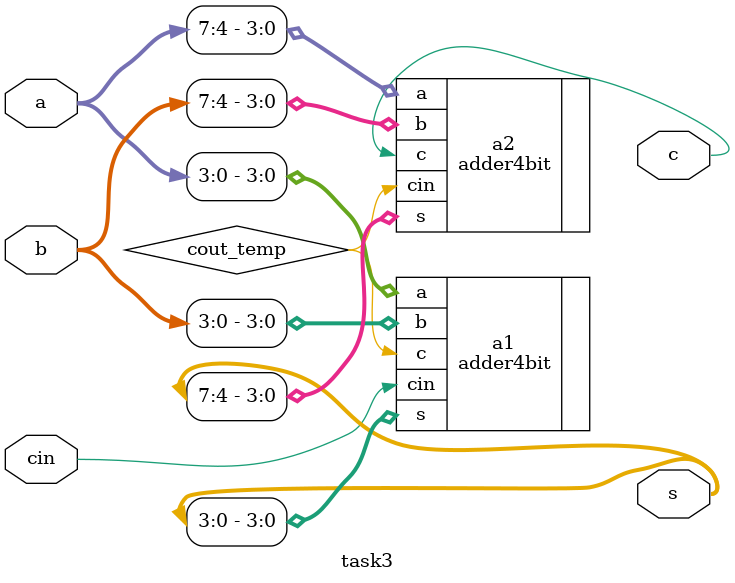
<source format=sv>
`timescale 1ns / 1ps

module task3(
    a,
    b,
    cin,
    c,
    s
    );
    
    input [7:0]a;
    input [7:0]b;  
    input cin;
    output[7:0]s;
    output c;
    
    logic cout_temp;

    adder4bit a1(
    .a(a[3:0]),
    .b(b[3:0]),
    .cin(cin),
    .c(cout_temp),
    .s(s[3:0])
    );
    
    adder4bit a2(
    .a(a[7:4]),
    .b(b[7:4]),
    .cin(cout_temp),
    .c(c),
    .s(s[7:4])
    );
    

    
endmodule

</source>
